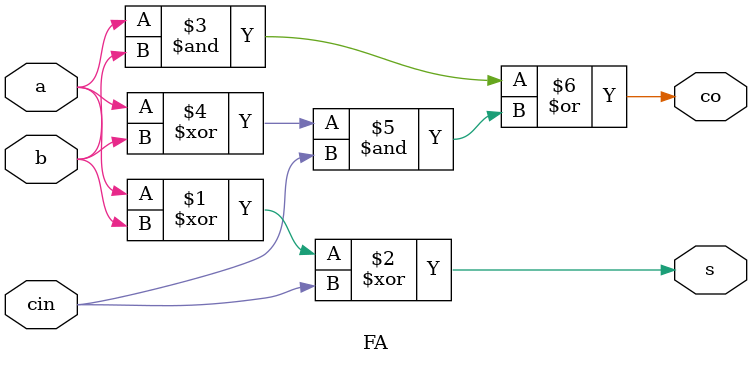
<source format=v>
module FA (
    input a, b, cin,
    output s, co
);

assign s = a ^ b ^ cin;
assign co = (a & b) | ((a ^ b) & cin);

endmodule
</source>
